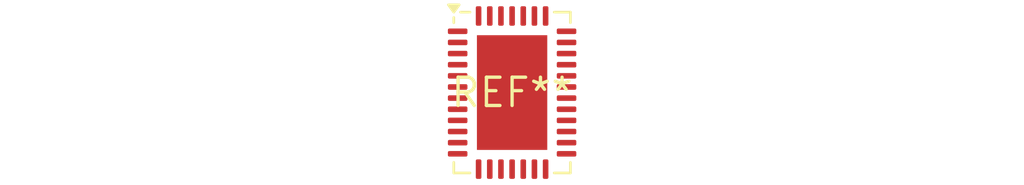
<source format=kicad_pcb>
(kicad_pcb (version 20240108) (generator pcbnew)
  (layers (0 "F.Cu" signal) (31 "B.Cu" signal) (34 "B.Paste" user) (35 "F.Paste" user) (36 "B.SilkS" user "B.Silkscreen") (37 "F.SilkS" user "F.Silkscreen") (38 "B.Mask" user) (39 "F.Mask" user) (44 "Edge.Cuts" user))
  (net 0 "")
  (footprint "QFN-38-1EP_5x7mm_P0.5mm_EP3.15x5.15mm" (layer "F.Cu") (at 0 0)
    (property "Reference" "REF**")
    (property "Value" "QFN-38-1EP_5x7mm_P0.5mm_EP3.15x5.15mm")
    (fp_line (start -2.61 -3.135) (end -2.61 -3.37) (layer "F.SilkS") (stroke (width 0.12)))
    (fp_line (start -2.61 3.61) (end -2.61 3.135) (layer "F.SilkS") (stroke (width 0.12)))
    (fp_line (start -1.885 -3.61) (end -2.31 -3.61) (layer "F.SilkS") (stroke (width 0.12)))
    (fp_line (start -1.885 3.61) (end -2.61 3.61) (layer "F.SilkS") (stroke (width 0.12)))
    (fp_line (start 1.885 -3.61) (end 2.61 -3.61) (layer "F.SilkS") (stroke (width 0.12)))
    (fp_line (start 1.885 3.61) (end 2.61 3.61) (layer "F.SilkS") (stroke (width 0.12)))
    (fp_line (start 2.61 -3.61) (end 2.61 -3.135) (layer "F.SilkS") (stroke (width 0.12)))
    (fp_line (start 2.61 3.61) (end 2.61 3.135) (layer "F.SilkS") (stroke (width 0.12)))
    (fp_poly (pts (xy -2.61 -3.61) (xy -2.85 -3.94) (xy -2.37 -3.94) (xy -2.61 -3.61)) (layer "F.SilkS") (stroke (width 0.12)) (fill solid))
    (pad "1" smd roundrect (at -2.4375 -2.75) (size 0.875 0.25) (layers "F.Cu" "F.Paste" "F.Mask"))
    (pad "2" smd roundrect (at -2.4375 -2.25) (size 0.875 0.25) (layers "F.Cu" "F.Paste" "F.Mask"))
    (pad "3" smd roundrect (at -2.4375 -1.75) (size 0.875 0.25) (layers "F.Cu" "F.Paste" "F.Mask"))
    (pad "4" smd roundrect (at -2.4375 -1.25) (size 0.875 0.25) (layers "F.Cu" "F.Paste" "F.Mask"))
    (pad "5" smd roundrect (at -2.4375 -0.75) (size 0.875 0.25) (layers "F.Cu" "F.Paste" "F.Mask"))
    (pad "6" smd roundrect (at -2.4375 -0.25) (size 0.875 0.25) (layers "F.Cu" "F.Paste" "F.Mask"))
    (pad "7" smd roundrect (at -2.4375 0.25) (size 0.875 0.25) (layers "F.Cu" "F.Paste" "F.Mask"))
    (pad "8" smd roundrect (at -2.4375 0.75) (size 0.875 0.25) (layers "F.Cu" "F.Paste" "F.Mask"))
    (pad "9" smd roundrect (at -2.4375 1.25) (size 0.875 0.25) (layers "F.Cu" "F.Paste" "F.Mask"))
    (pad "10" smd roundrect (at -2.4375 1.75) (size 0.875 0.25) (layers "F.Cu" "F.Paste" "F.Mask"))
    (pad "11" smd roundrect (at -2.4375 2.25) (size 0.875 0.25) (layers "F.Cu" "F.Paste" "F.Mask"))
    (pad "12" smd roundrect (at -2.4375 2.75) (size 0.875 0.25) (layers "F.Cu" "F.Paste" "F.Mask"))
    (pad "13" smd roundrect (at -1.5 3.4375) (size 0.25 0.875) (layers "F.Cu" "F.Paste" "F.Mask"))
    (pad "14" smd roundrect (at -1 3.4375) (size 0.25 0.875) (layers "F.Cu" "F.Paste" "F.Mask"))
    (pad "15" smd roundrect (at -0.5 3.4375) (size 0.25 0.875) (layers "F.Cu" "F.Paste" "F.Mask"))
    (pad "16" smd roundrect (at 0 3.4375) (size 0.25 0.875) (layers "F.Cu" "F.Paste" "F.Mask"))
    (pad "17" smd roundrect (at 0.5 3.4375) (size 0.25 0.875) (layers "F.Cu" "F.Paste" "F.Mask"))
    (pad "18" smd roundrect (at 1 3.4375) (size 0.25 0.875) (layers "F.Cu" "F.Paste" "F.Mask"))
    (pad "19" smd roundrect (at 1.5 3.4375) (size 0.25 0.875) (layers "F.Cu" "F.Paste" "F.Mask"))
    (pad "20" smd roundrect (at 2.4375 2.75) (size 0.875 0.25) (layers "F.Cu" "F.Paste" "F.Mask"))
    (pad "21" smd roundrect (at 2.4375 2.25) (size 0.875 0.25) (layers "F.Cu" "F.Paste" "F.Mask"))
    (pad "22" smd roundrect (at 2.4375 1.75) (size 0.875 0.25) (layers "F.Cu" "F.Paste" "F.Mask"))
    (pad "23" smd roundrect (at 2.4375 1.25) (size 0.875 0.25) (layers "F.Cu" "F.Paste" "F.Mask"))
    (pad "24" smd roundrect (at 2.4375 0.75) (size 0.875 0.25) (layers "F.Cu" "F.Paste" "F.Mask"))
    (pad "25" smd roundrect (at 2.4375 0.25) (size 0.875 0.25) (layers "F.Cu" "F.Paste" "F.Mask"))
    (pad "26" smd roundrect (at 2.4375 -0.25) (size 0.875 0.25) (layers "F.Cu" "F.Paste" "F.Mask"))
    (pad "27" smd roundrect (at 2.4375 -0.75) (size 0.875 0.25) (layers "F.Cu" "F.Paste" "F.Mask"))
    (pad "28" smd roundrect (at 2.4375 -1.25) (size 0.875 0.25) (layers "F.Cu" "F.Paste" "F.Mask"))
    (pad "29" smd roundrect (at 2.4375 -1.75) (size 0.875 0.25) (layers "F.Cu" "F.Paste" "F.Mask"))
    (pad "30" smd roundrect (at 2.4375 -2.25) (size 0.875 0.25) (layers "F.Cu" "F.Paste" "F.Mask"))
    (pad "31" smd roundrect (at 2.4375 -2.75) (size 0.875 0.25) (layers "F.Cu" "F.Paste" "F.Mask"))
    (pad "32" smd roundrect (at 1.5 -3.4375) (size 0.25 0.875) (layers "F.Cu" "F.Paste" "F.Mask"))
    (pad "33" smd roundrect (at 1 -3.4375) (size 0.25 0.875) (layers "F.Cu" "F.Paste" "F.Mask"))
    (pad "34" smd roundrect (at 0.5 -3.4375) (size 0.25 0.875) (layers "F.Cu" "F.Paste" "F.Mask"))
    (pad "35" smd roundrect (at 0 -3.4375) (size 0.25 0.875) (layers "F.Cu" "F.Paste" "F.Mask"))
    (pad "36" smd roundrect (at -0.5 -3.4375) (size 0.25 0.875) (layers "F.Cu" "F.Paste" "F.Mask"))
    (pad "37" smd roundrect (at -1 -3.4375) (size 0.25 0.875) (layers "F.Cu" "F.Paste" "F.Mask"))
    (pad "38" smd roundrect (at -1.5 -3.4375) (size 0.25 0.875) (layers "F.Cu" "F.Paste" "F.Mask"))
    (pad "39" smd rect (at 0 0) (size 3.15 5.15) (property pad_prop_heatsink) (layers "F.Cu" "F.Mask"))
  )
)
</source>
